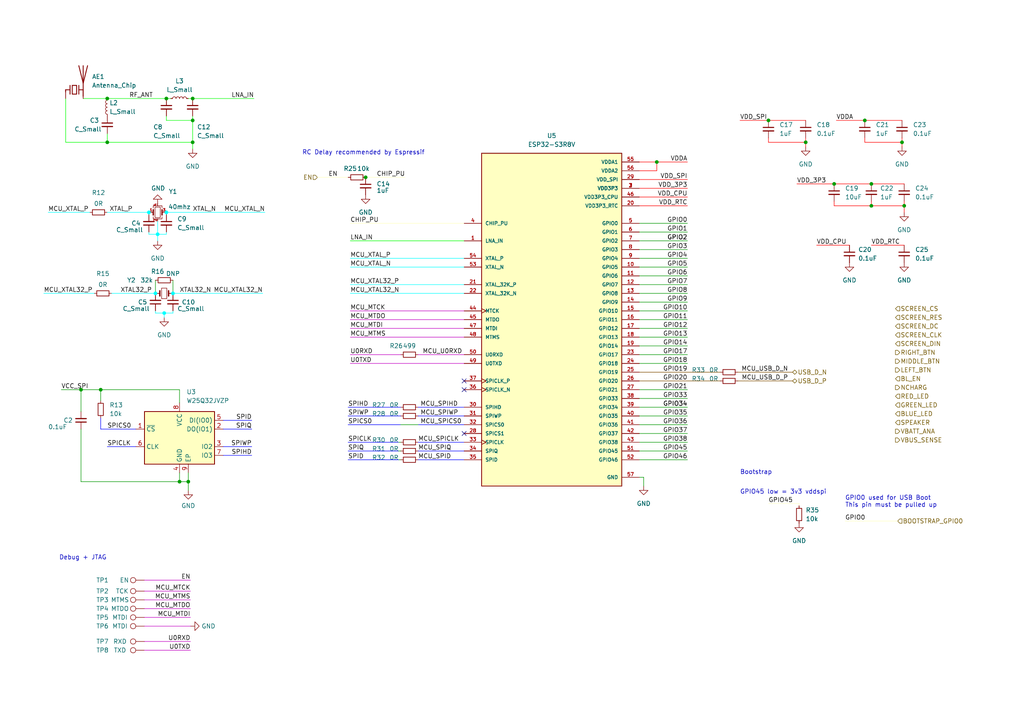
<source format=kicad_sch>
(kicad_sch (version 20211123) (generator eeschema)
  (paper "A4")
  (lib_symbols
    (symbol "Connector:TestPoint" (pin_numbers hide) (pin_names (offset 0.762) hide)
      (property "Reference" "TP" (at 0 6.858 0))
      (property "Value" "TestPoint" (at 0 5.08 0))
      (symbol "TestPoint_0_1"
        (circle (center 0 3.302) (radius 0.762))
      )
      (symbol "TestPoint_1_1"
        (pin passive line (at 0 0 90) (length 2.54) (name "1") (number "1"))
      )
    )
    (symbol "Device:Antenna_Chip" (pin_numbers hide) (pin_names (offset 1.016) hide)
      (property "Reference" "AE" (at 0 5.08 0))
      (property "Value" "Antenna_Chip" (at 0 3.175 0))
      (symbol "Antenna_Chip_0_1"
        (polyline (pts (xy -2.54 0) (xy -2.54 -0.635)) (stroke (width 0.254)))
        (polyline (pts (xy -2.54 0) (xy -1.27 0)) (stroke (width 0.254)))
        (polyline (pts (xy 1.27 0) (xy 2.54 0)) (stroke (width 0.254)))
        (polyline (pts (xy 1.27 1.27) (xy 1.27 -1.27)) (stroke (width 0.254)))
        (polyline (pts (xy 2.54 -0.635) (xy 2.54 0)))
        (polyline (pts (xy 2.54 6.985) (xy 2.54 -1.905)) (stroke (width 0.254)))
        (polyline (pts (xy -1.27 1.27) (xy -1.27 -1.27) (xy -1.27 0)) (stroke (width 0.254)))
        (polyline (pts (xy 3.81 6.985) (xy 2.54 1.905) (xy 1.27 6.985)) (stroke (width 0.254)))
        (polyline (pts (xy -0.635 1.27) (xy 0.635 1.27) (xy 0.635 -1.27) (xy -0.635 -1.27) (xy -0.635 1.27)) (stroke (width 0.254)))
      )
      (symbol "Antenna_Chip_1_1"
        (pin input line (at -2.54 -2.54 90) (length 2.54) (name "FEED") (number "1"))
        (pin passive line (at 2.54 -2.54 90) (length 2.54) (name "PCB_Trace") (number "2"))
      )
    )
    (symbol "Device:C_Small" (pin_numbers hide) (pin_names (offset 0.254) hide)
      (property "Reference" "C" (at 0.254 1.778 0))
      (property "Value" "C_Small" (at 0.254 -2.032 0))
      (symbol "C_Small_0_1"
        (polyline (pts (xy -1.524 -0.508) (xy 1.524 -0.508)) (stroke (width 0.3302)))
        (polyline (pts (xy -1.524 0.508) (xy 1.524 0.508)) (stroke (width 0.3048)))
      )
      (symbol "C_Small_1_1"
        (pin passive line (at 0 2.54 270) (length 2.032) (name "~") (number "1"))
        (pin passive line (at 0 -2.54 90) (length 2.032) (name "~") (number "2"))
      )
    )
    (symbol "Device:Crystal_GND24_Small" (pin_names (offset 1.016) hide)
      (property "Reference" "Y" (at 1.27 4.445 0))
      (property "Value" "Crystal_GND24_Small" (at 1.27 2.54 0))
      (symbol "Crystal_GND24_Small_0_1"
        (rectangle (start -0.762 -1.524) (end 0.762 1.524))
        (polyline (pts (xy -1.27 -0.762) (xy -1.27 0.762)) (stroke (width 0.381)))
        (polyline (pts (xy 1.27 -0.762) (xy 1.27 0.762)) (stroke (width 0.381)))
        (polyline (pts (xy -1.27 -1.27) (xy -1.27 -1.905) (xy 1.27 -1.905) (xy 1.27 -1.27)))
        (polyline (pts (xy -1.27 1.27) (xy -1.27 1.905) (xy 1.27 1.905) (xy 1.27 1.27)))
      )
      (symbol "Crystal_GND24_Small_1_1"
        (pin passive line (at -2.54 0 0) (length 1.27) (name "1") (number "1"))
        (pin passive line (at 0 -2.54 90) (length 0.635) (name "2") (number "2"))
        (pin passive line (at 2.54 0 180) (length 1.27) (name "3") (number "3"))
        (pin passive line (at 0 2.54 270) (length 0.635) (name "4") (number "4"))
      )
    )
    (symbol "Device:Crystal_Small" (pin_numbers hide) (pin_names (offset 1.016) hide)
      (property "Reference" "Y" (at 0 2.54 0))
      (property "Value" "Crystal_Small" (at 0 -2.54 0))
      (symbol "Crystal_Small_0_1"
        (rectangle (start -0.762 -1.524) (end 0.762 1.524))
        (polyline (pts (xy -1.27 -0.762) (xy -1.27 0.762)) (stroke (width 0.381)))
        (polyline (pts (xy 1.27 -0.762) (xy 1.27 0.762)) (stroke (width 0.381)))
      )
      (symbol "Crystal_Small_1_1"
        (pin passive line (at -2.54 0 0) (length 1.27) (name "1") (number "1"))
        (pin passive line (at 2.54 0 180) (length 1.27) (name "2") (number "2"))
      )
    )
    (symbol "Device:L_Small" (pin_numbers hide) (pin_names (offset 0.254) hide)
      (property "Reference" "L" (at 0.762 1.016 0))
      (property "Value" "L_Small" (at 0.762 -1.016 0))
      (symbol "L_Small_0_1"
        (arc (start 0 -2.032) (mid 0.508 -1.524) (end 0 -1.016))
        (arc (start 0 -1.016) (mid 0.508 -0.508) (end 0 0))
        (arc (start 0 0) (mid 0.508 0.508) (end 0 1.016))
        (arc (start 0 1.016) (mid 0.508 1.524) (end 0 2.032))
      )
      (symbol "L_Small_1_1"
        (pin passive line (at 0 2.54 270) (length 0.508) (name "~") (number "1"))
        (pin passive line (at 0 -2.54 90) (length 0.508) (name "~") (number "2"))
      )
    )
    (symbol "Device:R_Small" (pin_numbers hide) (pin_names (offset 0.254) hide)
      (property "Reference" "R" (at 0.762 0.508 0))
      (property "Value" "R_Small" (at 0.762 -1.016 0))
      (symbol "R_Small_0_1"
        (rectangle (start -0.762 1.778) (end 0.762 -1.778) (stroke (width 0.2032)))
      )
      (symbol "R_Small_1_1"
        (pin passive line (at 0 2.54 270) (length 0.762) (name "~") (number "1"))
        (pin passive line (at 0 -2.54 90) (length 0.762) (name "~") (number "2"))
      )
    )
    (symbol "MCU_Espressif_S3:ESP32-S3R8V" (pin_names (offset 1.016))
      (property "Reference" "U" (at -20.32 49.53 0))
      (property "Value" "ESP32-S3R8V" (at -20.32 -49.53 0))
      (symbol "ESP32-S3R8V_0_0"
        (rectangle (start -20.32 -48.26) (end 20.32 48.26) (stroke (width 0.254)) (fill (type background)))
        (pin bidirectional line (at -25.4 22.86 0) (length 5.08) (name "LNA_IN") (number "1"))
        (pin bidirectional line (at 25.4 15.24 180) (length 5.08) (name "GPIO5") (number "10"))
        (pin bidirectional line (at 25.4 12.7 180) (length 5.08) (name "GPIO6") (number "11"))
        (pin bidirectional line (at 25.4 10.16 180) (length 5.08) (name "GPIO7") (number "12"))
        (pin bidirectional line (at 25.4 7.62 180) (length 5.08) (name "GPIO8") (number "13"))
        (pin bidirectional line (at 25.4 5.08 180) (length 5.08) (name "GPIO9") (number "14"))
        (pin bidirectional line (at 25.4 2.54 180) (length 5.08) (name "GPIO10") (number "15"))
        (pin bidirectional line (at 25.4 0 180) (length 5.08) (name "GPIO11") (number "16"))
        (pin bidirectional line (at 25.4 -2.54 180) (length 5.08) (name "GPIO12") (number "17"))
        (pin bidirectional line (at 25.4 -5.08 180) (length 5.08) (name "GPIO13") (number "18"))
        (pin bidirectional line (at 25.4 -7.62 180) (length 5.08) (name "GPIO14") (number "19"))
        (pin power_in line (at 25.4 38.1 180) (length 5.08) (name "VDD3P3") (number "2"))
        (pin power_in line (at 25.4 33.02 180) (length 5.08) (name "VDD3P3_RTC") (number "20"))
        (pin bidirectional line (at -25.4 10.16 0) (length 5.08) (name "XTAL_32K_P") (number "21"))
        (pin bidirectional line (at -25.4 7.62 0) (length 5.08) (name "XTAL_32K_N") (number "22"))
        (pin bidirectional line (at 25.4 -10.16 180) (length 5.08) (name "GPIO17") (number "23"))
        (pin bidirectional line (at 25.4 -12.7 180) (length 5.08) (name "GPIO18") (number "24"))
        (pin bidirectional line (at 25.4 -15.24 180) (length 5.08) (name "GPIO19") (number "25"))
        (pin bidirectional line (at 25.4 -17.78 180) (length 5.08) (name "GPIO20") (number "26"))
        (pin bidirectional line (at 25.4 -20.32 180) (length 5.08) (name "GPIO21") (number "27"))
        (pin bidirectional line (at -25.4 -33.02 0) (length 5.08) (name "SPICS1") (number "28"))
        (pin power_in line (at 25.4 40.64 180) (length 5.08) (name "VDD_SPI") (number "29"))
        (pin power_in line (at 25.4 38.1 180) (length 5.08) (name "VDD3P3") (number "3"))
        (pin bidirectional line (at -25.4 -25.4 0) (length 5.08) (name "SPIHD") (number "30"))
        (pin bidirectional line (at -25.4 -27.94 0) (length 5.08) (name "SPIWP") (number "31"))
        (pin bidirectional line (at -25.4 -30.48 0) (length 5.08) (name "SPICS0") (number "32"))
        (pin bidirectional clock (at -25.4 -35.56 0) (length 5.08) (name "SPICLK") (number "33"))
        (pin bidirectional line (at -25.4 -38.1 0) (length 5.08) (name "SPIQ") (number "34"))
        (pin bidirectional line (at -25.4 -40.64 0) (length 5.08) (name "SPID") (number "35"))
        (pin bidirectional clock (at -25.4 -20.32 0) (length 5.08) (name "SPICLK_N") (number "36"))
        (pin bidirectional clock (at -25.4 -17.78 0) (length 5.08) (name "SPICLK_P") (number "37"))
        (pin bidirectional line (at 25.4 -22.86 180) (length 5.08) (name "GPIO33") (number "38"))
        (pin bidirectional line (at 25.4 -25.4 180) (length 5.08) (name "GPIO34") (number "39"))
        (pin input line (at -25.4 27.94 0) (length 5.08) (name "CHIP_PU") (number "4"))
        (pin bidirectional line (at 25.4 -27.94 180) (length 5.08) (name "GPIO35") (number "40"))
        (pin bidirectional line (at 25.4 -30.48 180) (length 5.08) (name "GPIO36") (number "41"))
        (pin bidirectional line (at 25.4 -33.02 180) (length 5.08) (name "GPIO37") (number "42"))
        (pin bidirectional line (at 25.4 -35.56 180) (length 5.08) (name "GPIO38") (number "43"))
        (pin bidirectional clock (at -25.4 2.54 0) (length 5.08) (name "MTCK") (number "44"))
        (pin bidirectional line (at -25.4 0 0) (length 5.08) (name "MTDO") (number "45"))
        (pin power_in line (at 25.4 35.56 180) (length 5.08) (name "VDD3P3_CPU") (number "46"))
        (pin bidirectional line (at -25.4 -2.54 0) (length 5.08) (name "MTDI") (number "47"))
        (pin bidirectional line (at -25.4 -5.08 0) (length 5.08) (name "MTMS") (number "48"))
        (pin bidirectional line (at -25.4 -12.7 0) (length 5.08) (name "U0TXD") (number "49"))
        (pin bidirectional line (at 25.4 27.94 180) (length 5.08) (name "GPIO0") (number "5"))
        (pin bidirectional line (at -25.4 -10.16 0) (length 5.08) (name "U0RXD") (number "50"))
        (pin bidirectional line (at 25.4 -38.1 180) (length 5.08) (name "GPIO45") (number "51"))
        (pin bidirectional line (at 25.4 -40.64 180) (length 5.08) (name "GPIO46") (number "52"))
        (pin output line (at -25.4 15.24 0) (length 5.08) (name "XTAL_N") (number "53"))
        (pin input line (at -25.4 17.78 0) (length 5.08) (name "XTAL_P") (number "54"))
        (pin power_in line (at 25.4 45.72 180) (length 5.08) (name "VDDA1") (number "55"))
        (pin power_in line (at 25.4 43.18 180) (length 5.08) (name "VDDA2") (number "56"))
        (pin power_in line (at 25.4 -45.72 180) (length 5.08) (name "GND") (number "57"))
        (pin bidirectional line (at 25.4 25.4 180) (length 5.08) (name "GPIO1") (number "6"))
        (pin bidirectional line (at 25.4 22.86 180) (length 5.08) (name "GPIO2") (number "7"))
        (pin bidirectional line (at 25.4 20.32 180) (length 5.08) (name "GPIO3") (number "8"))
        (pin bidirectional line (at 25.4 17.78 180) (length 5.08) (name "GPIO4") (number "9"))
      )
    )
    (symbol "Memory_Flash:W25Q32JVZP"
      (property "Reference" "U" (at -8.89 8.89 0))
      (property "Value" "W25Q32JVZP" (at 7.62 8.89 0))
      (symbol "W25Q32JVZP_0_1"
        (rectangle (start -10.16 7.62) (end 10.16 -7.62) (stroke (width 0.254)) (fill (type background)))
      )
      (symbol "W25Q32JVZP_1_1"
        (pin input line (at -12.7 2.54 0) (length 2.54) (name "~{CS}") (number "1"))
        (pin bidirectional line (at 12.7 2.54 180) (length 2.54) (name "DO(IO1)") (number "2"))
        (pin bidirectional line (at 12.7 -2.54 180) (length 2.54) (name "IO2") (number "3"))
        (pin power_in line (at 0 -10.16 90) (length 2.54) (name "GND") (number "4"))
        (pin bidirectional line (at 12.7 5.08 180) (length 2.54) (name "DI(IO0)") (number "5"))
        (pin input line (at -12.7 -2.54 0) (length 2.54) (name "CLK") (number "6"))
        (pin bidirectional line (at 12.7 -5.08 180) (length 2.54) (name "IO3") (number "7"))
        (pin power_in line (at 0 10.16 270) (length 2.54) (name "VCC") (number "8"))
        (pin passive line (at 2.54 -10.16 90) (length 2.54) (name "EP") (number "9"))
      )
    )
    (symbol "power:GND" (power) (pin_names (offset 0))
      (property "Value" "GND" (at 0 -3.81 0))
      (symbol "GND_0_1"
        (polyline (pts (xy 0 0) (xy 0 -1.27) (xy 1.27 -1.27) (xy 0 -2.54) (xy -1.27 -1.27) (xy 0 -1.27)))
      )
      (symbol "GND_1_1"
        (pin power_in line (at 0 0 270) (length 0) hide (name "GND") (number "1"))
      )
    )
  )
  (junction (at 262.255 59.69))
  (junction (at 252.73 53.34))
  (junction (at 261.62 41.275))
  (junction (at 48.26 61.595) (color 0 255 255 1))
  (junction (at 52.07 139.7))
  (junction (at 43.18 61.595) (color 0 255 255 1))
  (junction (at 45.72 67.945) (color 0 255 255 1))
  (junction (at 250.825 34.925))
  (junction (at 106.045 51.435))
  (junction (at 252.73 59.69))
  (junction (at 29.21 113.03))
  (junction (at 31.115 28.575))
  (junction (at 190.5 46.99))
  (junction (at 47.625 90.805) (color 0 255 255 1))
  (junction (at 241.935 53.34))
  (junction (at 55.88 41.275))
  (junction (at 55.88 34.925))
  (junction (at 222.885 34.925))
  (junction (at 233.68 41.275))
  (junction (at 54.61 139.7))
  (junction (at 31.115 41.275))
  (junction (at 48.26 28.575))
  (junction (at 45.085 85.09) (color 0 255 255 1))
  (junction (at 23.495 113.03))
  (junction (at 55.88 28.575))
  (junction (at 50.165 85.09) (color 0 255 255 1))
  (no_connect (at 134.62 110.49))
  (no_connect (at 134.62 113.03))
  (no_connect (at 134.62 125.73))
  (wire (pts (xy 29.21 113.03) (xy 29.21 116.205)))
  (wire (pts (xy 41.91 171.45) (xy 55.245 171.45)) (stroke (width 0) (color 194 0 194 1)))
  (wire (pts (xy 185.42 130.81) (xy 199.39 130.81)))
  (wire (pts (xy 50.165 85.09) (xy 76.2 85.09)) (stroke (width 0) (color 0 255 255 1)))
  (wire (pts (xy 185.42 64.77) (xy 199.39 64.77)))
  (wire (pts (xy 185.42 74.93) (xy 199.39 74.93)))
  (wire (pts (xy 213.995 107.95) (xy 229.87 107.95)) (stroke (width 0) (color 128 77 0 1)))
  (wire (pts (xy 45.72 69.85) (xy 45.72 67.945)) (stroke (width 0) (color 0 255 255 1)))
  (wire (pts (xy 222.885 34.925) (xy 233.68 34.925)) (stroke (width 0) (color 255 0 0 1)))
  (wire (pts (xy 185.42 80.01) (xy 199.39 80.01)))
  (wire (pts (xy 262.255 58.42) (xy 262.255 59.69)) (stroke (width 0) (color 255 0 0 1)))
  (wire (pts (xy 121.285 130.81) (xy 134.62 130.81)) (stroke (width 0) (color 0 0 255 1)))
  (wire (pts (xy 185.42 115.57) (xy 199.39 115.57)))
  (wire (pts (xy 100.965 118.11) (xy 116.205 118.11)) (stroke (width 0) (color 0 0 255 1)))
  (wire (pts (xy 12.7 85.09) (xy 27.305 85.09)) (stroke (width 0) (color 0 255 255 1)))
  (wire (pts (xy 31.115 28.575) (xy 48.26 28.575)) (stroke (width 0) (color 0 255 0 1)))
  (wire (pts (xy 24.13 28.575) (xy 31.115 28.575)) (stroke (width 0) (color 0 255 0 1)))
  (wire (pts (xy 92.075 51.435) (xy 100.965 51.435)) (stroke (width 0) (color 255 255 194 1)))
  (wire (pts (xy 43.18 61.595) (xy 43.18 62.23)) (stroke (width 0) (color 0 255 255 1)))
  (wire (pts (xy 100.965 128.27) (xy 115.57 128.27)) (stroke (width 0) (color 0 0 255 1)))
  (wire (pts (xy 64.77 124.46) (xy 73.025 124.46)) (stroke (width 0) (color 0 0 255 1)))
  (wire (pts (xy 185.42 87.63) (xy 199.39 87.63)))
  (wire (pts (xy 47.625 90.805) (xy 47.625 92.075)) (stroke (width 0) (color 0 255 255 1)))
  (wire (pts (xy 233.68 41.275) (xy 233.68 42.545)) (stroke (width 0) (color 255 0 0 1)))
  (wire (pts (xy 31.115 41.275) (xy 55.88 41.275)) (stroke (width 0) (color 0 255 0 1)))
  (wire (pts (xy 101.6 74.93) (xy 134.62 74.93)) (stroke (width 0) (color 0 255 255 1)))
  (wire (pts (xy 100.965 133.35) (xy 115.57 133.35)) (stroke (width 0) (color 0 0 255 1)))
  (wire (pts (xy 55.88 28.575) (xy 54.61 28.575)) (stroke (width 0) (color 0 255 0 1)))
  (wire (pts (xy 213.995 110.49) (xy 229.87 110.49)) (stroke (width 0) (color 128 77 0 1)))
  (wire (pts (xy 250.825 41.275) (xy 261.62 41.275)) (stroke (width 0) (color 255 0 0 1)))
  (wire (pts (xy 261.62 41.275) (xy 261.62 42.545)) (stroke (width 0) (color 255 0 0 1)))
  (wire (pts (xy 185.42 59.69) (xy 199.39 59.69)) (stroke (width 0) (color 255 0 0 1)))
  (wire (pts (xy 41.91 186.055) (xy 55.245 186.055)) (stroke (width 0) (color 194 0 194 1)))
  (wire (pts (xy 252.73 59.69) (xy 262.255 59.69)) (stroke (width 0) (color 255 0 0 1)))
  (wire (pts (xy 190.5 46.99) (xy 190.5 49.53)) (stroke (width 0) (color 255 0 0 1)))
  (wire (pts (xy 43.18 67.945) (xy 45.72 67.945)) (stroke (width 0) (color 0 255 255 1)))
  (wire (pts (xy 233.68 40.005) (xy 233.68 41.275)) (stroke (width 0) (color 255 0 0 1)))
  (wire (pts (xy 31.115 129.54) (xy 39.37 129.54)) (stroke (width 0) (color 0 0 255 1)))
  (wire (pts (xy 222.885 146.05) (xy 231.775 146.05)) (stroke (width 0) (color 255 255 194 1)))
  (wire (pts (xy 241.935 59.69) (xy 252.73 59.69)) (stroke (width 0) (color 255 0 0 1)))
  (wire (pts (xy 185.42 90.17) (xy 199.39 90.17)))
  (wire (pts (xy 50.165 90.805) (xy 47.625 90.805)) (stroke (width 0) (color 0 255 255 1)))
  (wire (pts (xy 241.935 53.34) (xy 252.73 53.34)) (stroke (width 0) (color 255 0 0 1)))
  (wire (pts (xy 185.42 54.61) (xy 199.39 54.61)) (stroke (width 0) (color 255 0 0 1)))
  (wire (pts (xy 48.26 34.925) (xy 55.88 34.925)) (stroke (width 0) (color 0 255 0 1)))
  (wire (pts (xy 64.77 121.92) (xy 73.025 121.92)) (stroke (width 0) (color 0 0 255 1)))
  (wire (pts (xy 41.91 181.61) (xy 55.245 181.61)) (stroke (width 0) (color 194 0 194 1)))
  (wire (pts (xy 236.855 71.12) (xy 246.38 71.12)) (stroke (width 0) (color 255 0 0 1)))
  (wire (pts (xy 185.42 69.85) (xy 199.39 69.85)))
  (wire (pts (xy 185.42 105.41) (xy 199.39 105.41)))
  (wire (pts (xy 64.77 132.08) (xy 73.025 132.08)) (stroke (width 0) (color 0 0 255 1)))
  (wire (pts (xy 52.07 137.16) (xy 52.07 139.7)))
  (wire (pts (xy 231.775 146.05) (xy 231.775 146.685)) (stroke (width 0) (color 255 255 194 1)))
  (wire (pts (xy 17.78 113.03) (xy 23.495 113.03)))
  (wire (pts (xy 185.42 110.49) (xy 208.915 110.49)) (stroke (width 0) (color 128 77 0 1)))
  (wire (pts (xy 185.42 97.79) (xy 199.39 97.79)))
  (wire (pts (xy 101.6 90.17) (xy 134.62 90.17)) (stroke (width 0) (color 194 0 194 1)))
  (wire (pts (xy 55.88 33.655) (xy 55.88 34.925)) (stroke (width 0) (color 0 255 0 1)))
  (wire (pts (xy 185.42 85.09) (xy 199.39 85.09)))
  (wire (pts (xy 41.91 188.595) (xy 55.245 188.595)) (stroke (width 0) (color 194 0 194 1)))
  (wire (pts (xy 48.26 61.595) (xy 48.26 62.23)) (stroke (width 0) (color 0 255 255 1)))
  (wire (pts (xy 54.61 139.7) (xy 54.61 142.24)))
  (wire (pts (xy 50.165 81.28) (xy 50.165 85.09)))
  (wire (pts (xy 121.285 133.35) (xy 134.62 133.35)) (stroke (width 0) (color 0 0 255 1)))
  (wire (pts (xy 13.97 61.595) (xy 26.035 61.595)) (stroke (width 0) (color 0 255 255 1)))
  (wire (pts (xy 252.73 53.34) (xy 262.255 53.34)) (stroke (width 0) (color 255 0 0 1)))
  (wire (pts (xy 190.5 49.53) (xy 185.42 49.53)) (stroke (width 0) (color 255 0 0 1)))
  (wire (pts (xy 185.42 82.55) (xy 199.39 82.55)))
  (wire (pts (xy 185.42 123.19) (xy 199.39 123.19)))
  (wire (pts (xy 231.14 53.34) (xy 241.935 53.34)) (stroke (width 0) (color 255 0 0 1)))
  (wire (pts (xy 214.63 34.925) (xy 222.885 34.925)) (stroke (width 0) (color 255 0 0 1)))
  (wire (pts (xy 101.6 95.25) (xy 134.62 95.25)) (stroke (width 0) (color 194 0 194 1)))
  (wire (pts (xy 101.6 102.87) (xy 116.205 102.87)) (stroke (width 0) (color 194 0 194 1)))
  (wire (pts (xy 186.69 140.97) (xy 186.69 138.43)))
  (wire (pts (xy 100.965 120.65) (xy 116.205 120.65)) (stroke (width 0) (color 0 0 255 1)))
  (wire (pts (xy 245.11 151.13) (xy 260.35 151.13)) (stroke (width 0) (color 255 255 194 1)))
  (wire (pts (xy 101.6 64.77) (xy 134.62 64.77)) (stroke (width 0) (color 255 255 194 1)))
  (wire (pts (xy 185.42 92.71) (xy 199.39 92.71)))
  (wire (pts (xy 185.42 52.07) (xy 199.39 52.07)) (stroke (width 0) (color 255 0 0 1)))
  (wire (pts (xy 115.57 133.35) (xy 116.205 133.35)))
  (wire (pts (xy 185.42 100.33) (xy 199.39 100.33)))
  (wire (pts (xy 55.88 28.575) (xy 73.66 28.575)) (stroke (width 0) (color 0 255 0 1)))
  (wire (pts (xy 48.26 67.31) (xy 48.26 67.945)) (stroke (width 0) (color 0 255 255 1)))
  (wire (pts (xy 252.73 71.12) (xy 262.255 71.12)) (stroke (width 0) (color 255 0 0 1)))
  (wire (pts (xy 222.885 40.005) (xy 222.885 41.275)) (stroke (width 0) (color 255 0 0 1)))
  (wire (pts (xy 55.88 34.925) (xy 55.88 41.275)) (stroke (width 0) (color 0 255 0 1)))
  (wire (pts (xy 185.42 77.47) (xy 199.39 77.47)))
  (wire (pts (xy 185.42 107.95) (xy 208.915 107.95)) (stroke (width 0) (color 128 77 0 1)))
  (wire (pts (xy 186.69 138.43) (xy 185.42 138.43)))
  (wire (pts (xy 52.07 113.03) (xy 52.07 116.84)))
  (wire (pts (xy 45.085 90.17) (xy 45.085 90.805)) (stroke (width 0) (color 0 255 255 1)))
  (wire (pts (xy 121.285 128.27) (xy 134.62 128.27)) (stroke (width 0) (color 0 0 255 1)))
  (wire (pts (xy 252.73 58.42) (xy 252.73 59.69)) (stroke (width 0) (color 255 0 0 1)))
  (wire (pts (xy 101.6 85.09) (xy 134.62 85.09)) (stroke (width 0) (color 0 255 255 1)))
  (wire (pts (xy 242.57 34.925) (xy 250.825 34.925)) (stroke (width 0) (color 255 0 0 1)))
  (wire (pts (xy 48.26 67.945) (xy 45.72 67.945)) (stroke (width 0) (color 0 255 255 1)))
  (wire (pts (xy 190.5 46.99) (xy 199.39 46.99)) (stroke (width 0) (color 255 0 0 1)))
  (wire (pts (xy 185.42 125.73) (xy 199.39 125.73)))
  (wire (pts (xy 19.05 41.275) (xy 31.115 41.275)) (stroke (width 0) (color 0 255 0 1)))
  (wire (pts (xy 185.42 67.31) (xy 199.39 67.31)))
  (wire (pts (xy 32.385 85.09) (xy 45.085 85.09)) (stroke (width 0) (color 0 255 255 1)))
  (wire (pts (xy 31.115 61.595) (xy 43.18 61.595)) (stroke (width 0) (color 0 255 255 1)))
  (wire (pts (xy 101.6 105.41) (xy 134.62 105.41)) (stroke (width 0) (color 194 0 194 1)))
  (wire (pts (xy 101.6 69.85) (xy 134.62 69.85)) (stroke (width 0) (color 0 255 0 1)))
  (wire (pts (xy 23.495 113.03) (xy 29.21 113.03)))
  (wire (pts (xy 185.42 128.27) (xy 199.39 128.27)))
  (wire (pts (xy 121.285 123.19) (xy 134.62 123.19)) (stroke (width 0) (color 0 0 255 1)))
  (wire (pts (xy 41.91 168.275) (xy 55.245 168.275)) (stroke (width 0) (color 194 0 194 1)))
  (wire (pts (xy 29.21 113.03) (xy 52.07 113.03)))
  (wire (pts (xy 116.205 123.19) (xy 121.285 123.19)))
  (wire (pts (xy 185.42 120.65) (xy 199.39 120.65)))
  (wire (pts (xy 115.57 128.27) (xy 116.205 128.27)))
  (wire (pts (xy 185.42 133.35) (xy 199.39 133.35)))
  (wire (pts (xy 55.88 41.275) (xy 55.88 43.18)) (stroke (width 0) (color 0 255 0 1)))
  (wire (pts (xy 101.6 92.71) (xy 134.62 92.71)) (stroke (width 0) (color 194 0 194 1)))
  (wire (pts (xy 261.62 40.005) (xy 261.62 41.275)) (stroke (width 0) (color 255 0 0 1)))
  (wire (pts (xy 101.6 82.55) (xy 134.62 82.55)) (stroke (width 0) (color 0 255 255 1)))
  (wire (pts (xy 48.26 28.575) (xy 49.53 28.575)) (stroke (width 0) (color 0 255 0 1)))
  (wire (pts (xy 222.885 41.275) (xy 233.68 41.275)) (stroke (width 0) (color 255 0 0 1)))
  (wire (pts (xy 101.6 97.79) (xy 134.62 97.79)) (stroke (width 0) (color 194 0 194 1)))
  (wire (pts (xy 41.91 179.07) (xy 55.245 179.07)) (stroke (width 0) (color 194 0 194 1)))
  (wire (pts (xy 54.61 137.16) (xy 54.61 139.7)))
  (wire (pts (xy 52.07 139.7) (xy 54.61 139.7)))
  (wire (pts (xy 250.825 34.925) (xy 261.62 34.925)) (stroke (width 0) (color 255 0 0 1)))
  (wire (pts (xy 115.57 130.81) (xy 116.205 130.81)))
  (wire (pts (xy 121.285 118.11) (xy 134.62 118.11)) (stroke (width 0) (color 0 0 255 1)))
  (wire (pts (xy 185.42 72.39) (xy 199.39 72.39)))
  (wire (pts (xy 185.42 113.03) (xy 199.39 113.03)))
  (wire (pts (xy 45.085 90.805) (xy 47.625 90.805)) (stroke (width 0) (color 0 255 255 1)))
  (wire (pts (xy 48.26 61.595) (xy 76.835 61.595)) (stroke (width 0) (color 0 255 255 1)))
  (wire (pts (xy 39.37 124.46) (xy 29.21 124.46)) (stroke (width 0) (color 0 0 255 1)))
  (wire (pts (xy 64.77 129.54) (xy 73.025 129.54)) (stroke (width 0) (color 0 0 255 1)))
  (wire (pts (xy 185.42 46.99) (xy 190.5 46.99)) (stroke (width 0) (color 255 0 0 1)))
  (wire (pts (xy 45.085 81.28) (xy 45.085 85.09)))
  (wire (pts (xy 100.965 123.19) (xy 116.205 123.19)) (stroke (width 0) (color 0 0 255 1)))
  (wire (pts (xy 31.115 38.735) (xy 31.115 41.275)) (stroke (width 0) (color 0 255 0 1)))
  (wire (pts (xy 45.72 67.945) (xy 45.72 64.135)) (stroke (width 0) (color 0 255 255 1)))
  (wire (pts (xy 121.285 120.65) (xy 134.62 120.65)) (stroke (width 0) (color 0 0 255 1)))
  (wire (pts (xy 43.18 67.31) (xy 43.18 67.945)) (stroke (width 0) (color 0 255 255 1)))
  (wire (pts (xy 100.965 130.81) (xy 115.57 130.81)) (stroke (width 0) (color 0 0 255 1)))
  (wire (pts (xy 185.42 102.87) (xy 199.39 102.87)))
  (wire (pts (xy 106.045 51.435) (xy 117.475 51.435)) (stroke (width 0) (color 255 255 194 1)))
  (wire (pts (xy 41.91 173.99) (xy 55.245 173.99)) (stroke (width 0) (color 194 0 194 1)))
  (wire (pts (xy 23.495 119.38) (xy 23.495 113.03)))
  (wire (pts (xy 121.285 102.87) (xy 134.62 102.87)) (stroke (width 0) (color 194 0 194 1)))
  (wire (pts (xy 23.495 124.46) (xy 23.495 139.7)))
  (wire (pts (xy 101.6 77.47) (xy 134.62 77.47)) (stroke (width 0) (color 0 255 255 1)))
  (wire (pts (xy 50.165 90.17) (xy 50.165 90.805)) (stroke (width 0) (color 0 255 255 1)))
  (wire (pts (xy 19.05 28.575) (xy 19.05 41.275)) (stroke (width 0) (color 0 255 0 1)))
  (wire (pts (xy 185.42 95.25) (xy 199.39 95.25)))
  (wire (pts (xy 23.495 139.7) (xy 52.07 139.7)))
  (wire (pts (xy 262.255 59.69) (xy 262.255 61.595)) (stroke (width 0) (color 255 0 0 1)))
  (wire (pts (xy 185.42 118.11) (xy 199.39 118.11)))
  (wire (pts (xy 29.21 124.46) (xy 29.21 121.285)) (stroke (width 0) (color 0 0 255 1)))
  (wire (pts (xy 48.26 33.655) (xy 48.26 34.925)) (stroke (width 0) (color 0 255 0 1)))
  (wire (pts (xy 185.42 57.15) (xy 199.39 57.15)) (stroke (width 0) (color 255 0 0 1)))
  (wire (pts (xy 241.935 58.42) (xy 241.935 59.69)) (stroke (width 0) (color 255 0 0 1)))
  (wire (pts (xy 41.91 176.53) (xy 55.245 176.53)) (stroke (width 0) (color 194 0 194 1)))
  (wire (pts (xy 250.825 40.005) (xy 250.825 41.275)) (stroke (width 0) (color 255 0 0 1)))
  (text "RC Delay recommended by Espressif" (at 87.63 45.085 0) (effects (font (size 1.27 1.27)) (justify left bottom)))
  (text "GPIO0 used for USB Boot\nThis pin must be pulled up" (at 245.11 147.32 0) (effects (font (size 1.27 1.27)) (justify left bottom)))
  (text "Bootstrap" (at 214.63 137.795 0) (effects (font (size 1.27 1.27)) (justify left bottom)))
  (text "GPIO45 low = 3v3 vddspi" (at 214.63 143.51 0) (effects (font (size 1.27 1.27)) (justify left bottom)))
  (text "Debug + JTAG" (at 17.145 162.56 0) (effects (font (size 1.27 1.27)) (justify left bottom)))
  (label "XTAL32_N" (at 52.07 85.09 0))
  (label "GPIO13" (at 199.39 97.79 180))
  (label "VDDA" (at 242.57 34.925 0))
  (label "MCU_SPIWP" (at 121.92 120.65 0))
  (label "MCU_SPICS0" (at 121.92 123.19 0))
  (label "VDD_SPI" (at 199.39 52.07 180))
  (label "VDD_3P3" (at 231.14 53.34 0))
  (label "GPIO14" (at 199.39 100.33 180))
  (label "GPIO45" (at 199.39 130.81 180))
  (label "MCU_MTDI" (at 55.245 179.07 180))
  (label "MCU_MTCK" (at 101.6 90.17 0))
  (label "MCU_XTAL_N" (at 76.835 61.595 180))
  (label "SPIQ" (at 100.965 130.81 0))
  (label "SPICLK" (at 100.965 128.27 0))
  (label "GPIO45" (at 222.885 146.05 0))
  (label "SPIHD" (at 100.965 118.11 0))
  (label "U0TXD" (at 101.6 105.41 0))
  (label "MCU_XTAL32_N" (at 101.6 85.09 0))
  (label "MCU_MTMS" (at 101.6 97.79 0))
  (label "GPIO10" (at 199.39 90.17 180))
  (label "SPID" (at 100.965 133.35 0))
  (label "XTAL_P" (at 31.75 61.595 0))
  (label "VDD_RTC" (at 252.73 71.12 0))
  (label "VCC_SPI" (at 17.78 113.03 0))
  (label "GPIO6" (at 199.39 80.01 180))
  (label "VDD_3P3" (at 199.39 54.61 180))
  (label "VDD_SPI" (at 214.63 34.925 0))
  (label "GPIO0" (at 199.39 64.77 180))
  (label "GPIO3" (at 199.39 72.39 180))
  (label "GPIO2" (at 199.39 69.85 180))
  (label "GPIO33" (at 199.39 115.57 180))
  (label "XTAL_N" (at 55.88 61.595 0))
  (label "CHIP_PU" (at 117.475 51.435 180))
  (label "MCU_XTAL_N" (at 101.6 77.47 0))
  (label "SPICS0" (at 31.115 124.46 0))
  (label "MCU_USB_D_N" (at 228.6 107.95 180))
  (label "MCU_XTAL32_P" (at 101.6 82.55 0))
  (label "SPIHD" (at 73.025 132.08 180))
  (label "MCU_XTAL_P" (at 13.97 61.595 0))
  (label "GPIO7" (at 199.39 82.55 180))
  (label "GPIO20" (at 199.39 110.49 180))
  (label "GPIO1" (at 199.39 67.31 180))
  (label "VDD_CPU" (at 236.855 71.12 0))
  (label "GPIO36" (at 199.39 123.19 180))
  (label "MCU_MTDI" (at 101.6 95.25 0))
  (label "U0TXD" (at 55.245 188.595 180))
  (label "MCU_XTAL32_P" (at 12.7 85.09 0))
  (label "GPIO38" (at 199.39 128.27 180))
  (label "VDDA" (at 199.39 46.99 180))
  (label "LNA_IN" (at 73.66 28.575 180))
  (label "GPIO18" (at 199.39 105.41 180))
  (label "EN" (at 95.25 51.435 0))
  (label "SPIWP" (at 73.025 129.54 180))
  (label "GPIO0" (at 245.11 151.13 0))
  (label "GPIO37" (at 199.39 125.73 180))
  (label "GPIO35" (at 199.39 120.65 180))
  (label "GPIO8" (at 199.39 85.09 180))
  (label "MCU_SPID" (at 121.285 133.35 0))
  (label "U0RXD" (at 101.6 102.87 0))
  (label "GPIO21" (at 199.39 113.03 180))
  (label "SPIWP" (at 100.965 120.65 0))
  (label "EN" (at 55.245 168.275 180))
  (label "MCU_MTDO" (at 55.245 176.53 180))
  (label "SPID" (at 73.025 121.92 180))
  (label "MCU_MTDO" (at 101.6 92.71 0))
  (label "XTAL32_P" (at 34.925 85.09 0))
  (label "GPIO12" (at 199.39 95.25 180))
  (label "GPIO4" (at 199.39 74.93 180))
  (label "U0RXD" (at 55.245 186.055 180))
  (label "MCU_USB_D_P" (at 228.6 110.49 180))
  (label "MCU_MTMS" (at 55.245 173.99 180))
  (label "GPIO34" (at 199.39 118.11 180))
  (label "MCU_XTAL_P" (at 101.6 74.93 0))
  (label "GPIO11" (at 199.39 92.71 180))
  (label "GPIO5" (at 199.39 77.47 180))
  (label "MCU_SPICLK" (at 121.285 128.27 0))
  (label "GPIO46" (at 199.39 133.35 180))
  (label "VDD_CPU" (at 199.39 57.15 180))
  (label "GPIO2" (at 199.39 69.85 180))
  (label "MCU_XTAL32_N" (at 76.2 85.09 180))
  (label "CHIP_PU" (at 101.6 64.77 0))
  (label "GPIO17" (at 199.39 102.87 180))
  (label "VDD_RTC" (at 199.39 59.69 180))
  (label "RF_ANT" (at 37.465 28.575 0))
  (label "GPIO9" (at 199.39 87.63 180))
  (label "MCU_U0RXD" (at 122.555 102.87 0))
  (label "GPIO19" (at 199.39 107.95 180))
  (label "SPICS0" (at 100.965 123.19 0))
  (label "MCU_SPIQ" (at 121.285 130.81 0))
  (label "MCU_SPIHD" (at 121.92 118.11 0))
  (label "GPIO34" (at 199.39 118.11 180))
  (label "SPICLK" (at 31.115 129.54 0))
  (label "SPIQ" (at 73.025 124.46 180))
  (label "LNA_IN" (at 101.6 69.85 0))
  (label "MCU_MTCK" (at 55.245 171.45 180))
  (hierarchical_label "NCHARG" (shape output) (at 259.715 112.395 0))
  (hierarchical_label "SCREEN_DIN" (shape input) (at 259.715 99.695 0))
  (hierarchical_label "EN" (shape input) (at 92.075 51.435 180))
  (hierarchical_label "BL_EN" (shape input) (at 259.715 109.855 0))
  (hierarchical_label "BLUE_LED" (shape input) (at 259.715 120.015 0))
  (hierarchical_label "RED_LED" (shape input) (at 259.715 114.935 0))
  (hierarchical_label "LEFT_BTN" (shape output) (at 259.715 107.315 0))
  (hierarchical_label "RIGHT_BTN" (shape output) (at 259.715 102.235 0))
  (hierarchical_label "MIDDLE_BTN" (shape output) (at 259.715 104.775 0))
  (hierarchical_label "VBATT_ANA" (shape output) (at 259.715 125.095 0))
  (hierarchical_label "SPEAKER" (shape input) (at 259.715 122.555 0))
  (hierarchical_label "BOOTSTRAP_GPIO0" (shape input) (at 260.35 151.13 0))
  (hierarchical_label "USB_D_N" (shape bidirectional) (at 229.87 107.95 0))
  (hierarchical_label "GREEN_LED" (shape input) (at 259.715 117.475 0))
  (hierarchical_label "SCREEN_DC" (shape input) (at 259.715 94.615 0))
  (hierarchical_label "USB_D_P" (shape bidirectional) (at 229.87 110.49 0))
  (hierarchical_label "SCREEN_CS" (shape input) (at 259.715 89.535 0))
  (hierarchical_label "VBUS_SENSE" (shape output) (at 259.715 127.635 0))
  (hierarchical_label "SCREEN_CLK" (shape input) (at 259.715 97.155 0))
  (hierarchical_label "SCREEN_RES" (shape input) (at 259.715 92.075 0))
  (symbol (lib_id "power:GND") (at 45.72 69.85 0) (unit 1)
    (property "Reference" "#PWR0110" (effects hide))
    (property "Value" "GND" (at 45.72 74.93 0))
  )
  (symbol (lib_id "power:GND") (at 231.775 151.765 0) (unit 1)
    (property "Reference" "#PWR0115" (effects hide))
    (property "Value" "GND" (at 231.775 156.845 0))
  )
  (symbol (lib_id "Connector:TestPoint") (at 41.91 176.53 90) (unit 1) (in_bom no)
    (property "Reference" "TP4" (at 29.718 176.53 90))
    (property "Value" "MTDO" (at 34.798 176.53 90))
    (property "Footprint" "TestPoint:TestPoint_Pad_D1.0mm" (effects hide))
  )
  (symbol (lib_id "Device:L_Small") (at 52.07 28.575 90) (unit 1)
    (property "Reference" "L3" (at 52.07 23.495 90))
    (property "Value" "L_Small" (at 52.07 26.035 90))
    (property "Footprint" "Inductor_SMD:L_0402_1005Metric" (effects hide))
  )
  (symbol (lib_id "Device:C_Small") (at 55.88 31.115 0) (unit 1)
    (property "Reference" "C12" (at 57.15 36.8362 0) (effects (justify left)))
    (property "Value" "C_Small" (at 57.15 39.3762 0) (effects (justify left)))
    (property "Footprint" "Resistor_SMD:R_0402_1005Metric" (effects hide))
  )
  (symbol (lib_id "Device:R_Small") (at 103.505 51.435 90) (unit 1)
    (property "Reference" "R25" (at 101.6 48.895 90))
    (property "Value" "10k" (at 105.41 48.895 90))
    (property "Footprint" "Resistor_SMD:R_0402_1005Metric" (effects hide))
  )
  (symbol (lib_id "Device:C_Small") (at 233.68 37.465 0) (unit 1)
    (property "Reference" "C18" (at 236.855 36.2012 0) (effects (justify left)))
    (property "Value" "0.1uF" (at 236.855 38.7412 0) (effects (justify left)))
    (property "Footprint" "Capacitor_SMD:C_0402_1005Metric" (effects hide))
  )
  (symbol (lib_id "power:GND") (at 106.045 56.515 0) (unit 1)
    (property "Reference" "#PWR0113" (effects hide))
    (property "Value" "GND" (at 106.045 61.595 0))
  )
  (symbol (lib_id "Connector:TestPoint") (at 41.91 171.45 90) (unit 1) (in_bom no)
    (property "Reference" "TP2" (at 29.718 171.45 90))
    (property "Value" "TCK" (at 35.433 171.45 90))
    (property "Footprint" "TestPoint:TestPoint_Pad_D1.0mm" (effects hide))
  )
  (symbol (lib_id "power:GND") (at 233.68 42.545 0) (unit 1)
    (property "Reference" "#PWR0121" (effects hide))
    (property "Value" "GND" (at 233.68 47.625 0))
  )
  (symbol (lib_id "Device:R_Small") (at 231.775 149.225 0) (unit 1)
    (property "Reference" "R35" (at 233.68 147.9549 0) (effects (justify left)))
    (property "Value" "10k" (at 233.68 150.4949 0) (effects (justify left)))
    (property "Footprint" "Resistor_SMD:R_0402_1005Metric" (effects hide))
  )
  (symbol (lib_id "Device:C_Small") (at 250.825 37.465 0) (unit 1)
    (property "Reference" "C21" (at 254 36.2012 0) (effects (justify left)))
    (property "Value" "1uF" (at 254 38.7412 0) (effects (justify left)))
    (property "Footprint" "Capacitor_SMD:C_0402_1005Metric" (effects hide))
  )
  (symbol (lib_id "Device:C_Small") (at 48.26 64.77 0) (unit 1)
    (property "Reference" "C9" (at 51.435 63.5062 0) (effects (justify left)))
    (property "Value" "C_Small" (at 51.435 66.0462 0) (effects (justify left)))
    (property "Footprint" "Resistor_SMD:R_0402_1005Metric" (effects hide))
  )
  (symbol (lib_id "Device:Crystal_Small") (at 47.625 85.09 0) (unit 1)
    (property "Reference" "Y2" (at 38.1 81.28 0))
    (property "Value" "32k" (at 42.545 81.28 0))
    (property "Footprint" "Crystal:Crystal_SMD_3215-2Pin_3.2x1.5mm" (effects hide))
    (property "JLCPCB" "C32346" (effects hide))
  )
  (symbol (lib_id "Device:C_Small") (at 31.115 36.195 0) (unit 1)
    (property "Reference" "C3" (at 26.035 34.9312 0) (effects (justify left)))
    (property "Value" "C_Small" (at 21.59 37.4712 0) (effects (justify left)))
    (property "Footprint" "Resistor_SMD:R_0402_1005Metric" (effects hide))
  )
  (symbol (lib_id "Device:C_Small") (at 50.165 87.63 0) (unit 1)
    (property "Reference" "C10" (at 52.705 87.6362 0) (effects (justify left)))
    (property "Value" "C_Small" (at 51.435 89.5412 0) (effects (justify left)))
    (property "Footprint" "Resistor_SMD:R_0402_1005Metric" (effects hide))
  )
  (symbol (lib_id "Connector:TestPoint") (at 41.91 186.055 90) (unit 1) (in_bom no)
    (property "Reference" "TP7" (at 29.718 186.055 90))
    (property "Value" "RXD" (at 34.798 186.055 90))
    (property "Footprint" "TestPoint:TestPoint_Pad_D1.0mm" (effects hide))
  )
  (symbol (lib_id "power:GND") (at 261.62 42.545 0) (unit 1)
    (property "Reference" "#PWR0120" (effects hide))
    (property "Value" "GND" (at 261.62 47.625 0))
  )
  (symbol (lib_id "power:GND") (at 55.88 43.18 0) (unit 1)
    (property "Reference" "#PWR0111" (effects hide))
    (property "Value" "GND" (at 55.88 48.26 0))
  )
  (symbol (lib_id "Connector:TestPoint") (at 41.91 168.275 90) (unit 1) (in_bom no)
    (property "Reference" "TP1" (at 29.718 168.275 90))
    (property "Value" "EN" (at 36.068 168.275 90))
    (property "Footprint" "TestPoint:TestPoint_Pad_D1.0mm" (effects hide))
  )
  (symbol (lib_id "Device:R_Small") (at 118.745 128.27 90) (unit 1)
    (property "Reference" "R30" (at 109.855 127.635 90))
    (property "Value" "0R" (at 114.3 127.635 90))
    (property "Footprint" "Resistor_SMD:R_0402_1005Metric" (effects hide))
  )
  (symbol (lib_id "Device:C_Small") (at 246.38 73.66 0) (unit 1)
    (property "Reference" "C20" (at 248.92 72.3962 0) (effects (justify left)))
    (property "Value" "0.1uF" (at 248.92 74.9362 0) (effects (justify left)))
    (property "Footprint" "Capacitor_SMD:C_0402_1005Metric" (effects hide))
  )
  (symbol (lib_id "Connector:TestPoint") (at 41.91 173.99 90) (unit 1) (in_bom no)
    (property "Reference" "TP3" (at 29.718 173.99 90))
    (property "Value" "MTMS" (at 34.798 173.99 90))
    (property "Footprint" "TestPoint:TestPoint_Pad_D1.0mm" (effects hide))
  )
  (symbol (lib_id "Device:C_Small") (at 262.255 55.88 0) (unit 1)
    (property "Reference" "C24" (at 265.43 54.6162 0) (effects (justify left)))
    (property "Value" "0.1uF" (at 265.43 57.1562 0) (effects (justify left)))
    (property "Footprint" "Capacitor_SMD:C_0402_1005Metric" (effects hide))
  )
  (symbol (lib_id "Device:C_Small") (at 261.62 37.465 0) (unit 1)
    (property "Reference" "C23" (at 264.795 36.2012 0) (effects (justify left)))
    (property "Value" "0.1uF" (at 264.795 38.7412 0) (effects (justify left)))
    (property "Footprint" "Capacitor_SMD:C_0402_1005Metric" (effects hide))
  )
  (symbol (lib_id "Connector:TestPoint") (at 41.91 179.07 90) (unit 1) (in_bom no)
    (property "Reference" "TP5" (at 29.718 179.07 90))
    (property "Value" "MTDI" (at 34.798 179.07 90))
    (property "Footprint" "TestPoint:TestPoint_Pad_D1.0mm" (effects hide))
  )
  (symbol (lib_id "Device:C_Small") (at 106.045 53.975 0) (unit 1)
    (property "Reference" "C14" (at 109.22 53.3462 0) (effects (justify left)))
    (property "Value" "1uF" (at 109.22 55.2512 0) (effects (justify left)))
    (property "Footprint" "Capacitor_SMD:C_0402_1005Metric" (effects hide))
  )
  (symbol (lib_id "Connector:TestPoint") (at 41.91 181.61 90) (unit 1) (in_bom no)
    (property "Reference" "TP6" (at 29.718 181.61 90))
    (property "Value" "MTDI" (at 34.798 181.61 90))
    (property "Footprint" "TestPoint:TestPoint_Pad_D1.0mm" (effects hide))
  )
  (symbol (lib_id "Device:Crystal_GND24_Small") (at 45.72 61.595 0) (unit 1)
    (property "Reference" "Y1" (at 50.165 55.5498 0))
    (property "Value" "40mhz" (at 52.07 59.9948 0))
    (property "Footprint" "Crystal:Crystal_SMD_3225-4Pin_3.2x2.5mm" (effects hide))
    (property "JLCPCB" "C9010" (effects hide))
  )
  (symbol (lib_id "MCU_Espressif_S3:ESP32-S3R8V") (at 160.02 92.71 0) (unit 1)
    (property "Reference" "U5" (at 160.02 39.37 0))
    (property "Value" "ESP32-S3R8V" (at 160.02 41.91 0))
    (property "Footprint" "Package_DFN_QFN:QFN-56-1EP_7x7mm_P0.4mm_EP5.6x5.6mm_ThermalVias" (effects hide))
    (property "Datasheet" "https://www.espressif.com/sites/default/files/documentation/esp32-s3_datasheet_en.pdf" (effects hide))
    (property "MF" "Espressif Systems" (effects hide))
    (property "Description" "Espressif Systems [ENGINEERING SAMPLES]SMD IC , Dual-Core MCU, Wi-Fi 2.4G & BLE 5.0 combo, 8 MB Octal SPI PSRAM, QFN 56-pin, 7*7 mm" (effects hide))
  )
  (symbol (lib_id "Device:R_Small") (at 29.21 118.745 0) (unit 1)
    (property "Reference" "R13" (at 31.75 117.4749 0) (effects (justify left)))
    (property "Value" "10k" (at 31.75 120.0149 0) (effects (justify left)))
    (property "Footprint" "Resistor_SMD:R_0402_1005Metric" (effects hide))
  )
  (symbol (lib_id "Device:R_Small") (at 118.745 133.35 90) (unit 1)
    (property "Reference" "R32" (at 109.855 132.715 90))
    (property "Value" "0R" (at 114.3 132.715 90))
    (property "Footprint" "Resistor_SMD:R_0402_1005Metric" (effects hide))
  )
  (symbol (lib_id "Device:R_Small") (at 118.745 120.65 90) (unit 1)
    (property "Reference" "R28" (at 109.855 120.015 90))
    (property "Value" "0R" (at 114.3 120.015 90))
    (property "Footprint" "Resistor_SMD:R_0402_1005Metric" (effects hide))
  )
  (symbol (lib_id "Device:C_Small") (at 252.73 55.88 0) (unit 1)
    (property "Reference" "C22" (at 255.27 54.6162 0) (effects (justify left)))
    (property "Value" "1uF" (at 255.27 57.1562 0) (effects (justify left)))
    (property "Footprint" "Capacitor_SMD:C_0402_1005Metric" (effects hide))
  )
  (symbol (lib_id "Device:R_Small") (at 118.745 102.87 90) (unit 1)
    (property "Reference" "R26" (at 114.935 100.33 90))
    (property "Value" "499" (at 118.745 100.33 90))
    (property "Footprint" "Resistor_SMD:R_0402_1005Metric" (effects hide))
  )
  (symbol (lib_id "Device:R_Small") (at 118.745 118.11 90) (unit 1)
    (property "Reference" "R27" (at 109.855 117.475 90))
    (property "Value" "0R" (at 114.3 117.475 90))
    (property "Footprint" "Resistor_SMD:R_0402_1005Metric" (effects hide))
  )
  (symbol (lib_id "Device:C_Small") (at 48.26 31.115 0) (unit 1)
    (property "Reference" "C8" (at 44.45 36.8362 0) (effects (justify left)))
    (property "Value" "C_Small" (at 44.45 39.3762 0) (effects (justify left)))
    (property "Footprint" "Resistor_SMD:R_0402_1005Metric" (effects hide))
  )
  (symbol (lib_id "power:GND") (at 54.61 142.24 0) (unit 1)
    (property "Reference" "#PWR0109" (effects hide))
    (property "Value" "GND" (at 54.61 146.685 0))
  )
  (symbol (lib_id "power:GND") (at 55.245 181.61 90) (unit 1)
    (property "Reference" "#PWR0108" (effects hide))
    (property "Value" "GND" (at 58.42 181.6099 90) (effects (justify right)))
  )
  (symbol (lib_id "Device:R_Small") (at 118.745 130.81 90) (unit 1)
    (property "Reference" "R31" (at 109.855 130.175 90))
    (property "Value" "0R" (at 114.3 130.175 90))
    (property "Footprint" "Resistor_SMD:R_0402_1005Metric" (effects hide))
  )
  (symbol (lib_id "Device:L_Small") (at 31.115 31.115 180) (unit 1)
    (property "Reference" "L2" (at 31.75 29.8449 0) (effects (justify right)))
    (property "Value" "L_Small" (at 31.75 32.3849 0) (effects (justify right)))
    (property "Footprint" "Inductor_SMD:L_0402_1005Metric" (effects hide))
  )
  (symbol (lib_id "power:GND") (at 262.255 76.2 0) (unit 1)
    (property "Reference" "#PWR0118" (effects hide))
    (property "Value" "GND" (at 262.255 81.28 0))
  )
  (symbol (lib_id "Device:R_Small") (at 28.575 61.595 90) (unit 1)
    (property "Reference" "R12" (at 28.575 55.88 90))
    (property "Value" "0R" (at 28.575 59.055 90))
    (property "Footprint" "Resistor_SMD:R_0402_1005Metric" (effects hide))
  )
  (symbol (lib_id "power:GND") (at 47.625 92.075 0) (unit 1)
    (property "Reference" "#PWR0114" (effects hide))
    (property "Value" "GND" (at 47.625 97.155 0))
  )
  (symbol (lib_id "Device:C_Small") (at 23.495 121.92 180) (unit 1)
    (property "Reference" "C2" (at 18.415 121.9135 0) (effects (justify right)))
    (property "Value" "0.1uF" (at 13.97 123.8185 0) (effects (justify right)))
    (property "Footprint" "Resistor_SMD:R_0402_1005Metric" (effects hide))
  )
  (symbol (lib_id "Device:R_Small") (at 47.625 81.28 90) (unit 1)
    (property "Reference" "R16" (at 45.72 78.74 90))
    (property "Value" "DNP" (at 50.165 79.375 90))
    (property "Footprint" "Resistor_SMD:R_0402_1005Metric" (effects hide))
  )
  (symbol (lib_id "Device:R_Small") (at 29.845 85.09 90) (unit 1)
    (property "Reference" "R15" (at 29.845 79.375 90))
    (property "Value" "0R" (at 29.845 82.55 90))
    (property "Footprint" "Resistor_SMD:R_0402_1005Metric" (effects hide))
  )
  (symbol (lib_id "Device:C_Small") (at 241.935 55.88 0) (unit 1)
    (property "Reference" "C19" (at 245.11 54.6162 0) (effects (justify left)))
    (property "Value" "10uF" (at 245.11 57.1562 0) (effects (justify left)))
    (property "Footprint" "Capacitor_SMD:C_0402_1005Metric" (effects hide))
  )
  (symbol (lib_id "Device:R_Small") (at 211.455 107.95 90) (unit 1)
    (property "Reference" "R33" (at 202.565 107.315 90))
    (property "Value" "0R" (at 207.01 107.315 90))
    (property "Footprint" "Resistor_SMD:R_0402_1005Metric" (effects hide))
  )
  (symbol (lib_id "Device:Antenna_Chip") (at 21.59 26.035 0) (unit 1)
    (property "Reference" "AE1" (at 26.67 22.2249 0) (effects (justify left)))
    (property "Value" "Antenna_Chip" (at 26.67 24.7649 0) (effects (justify left)))
    (property "Footprint" "RF_Antenna:Johanson_2450AT43F0100" (effects hide))
  )
  (symbol (lib_id "Device:C_Small") (at 43.18 64.77 180) (unit 1)
    (property "Reference" "C4" (at 38.1 64.7635 0) (effects (justify right)))
    (property "Value" "C_Small" (at 33.655 66.6685 0) (effects (justify right)))
    (property "Footprint" "Resistor_SMD:R_0402_1005Metric" (effects hide))
  )
  (symbol (lib_id "power:GND") (at 246.38 76.2 0) (unit 1)
    (property "Reference" "#PWR0117" (effects hide))
    (property "Value" "GND" (at 246.38 81.28 0))
  )
  (symbol (lib_id "Device:C_Small") (at 262.255 73.66 0) (unit 1)
    (property "Reference" "C25" (at 265.43 72.3962 0) (effects (justify left)))
    (property "Value" "0.1uF" (at 265.43 74.9362 0) (effects (justify left)))
    (property "Footprint" "Capacitor_SMD:C_0402_1005Metric" (effects hide))
  )
  (symbol (lib_id "Memory_Flash:W25Q32JVZP") (at 52.07 127 0) (unit 1)
    (property "Reference" "U3" (at 54.0894 113.665 0) (effects (justify left)))
    (property "Value" "W25Q32JVZP" (at 54.0894 116.205 0) (effects (justify left)))
    (property "Footprint" "Package_SON:WSON-8-1EP_6x5mm_P1.27mm_EP3.4x4.3mm" (effects hide))
    (property "Datasheet" "http://www.winbond.com/resource-files/w25q32jv%20revg%2003272018%20plus.pdf" (effects hide))
  )
  (symbol (lib_id "Device:R_Small") (at 211.455 110.49 90) (unit 1)
    (property "Reference" "R34" (at 202.565 109.855 90))
    (property "Value" "0R" (at 207.01 109.855 90))
    (property "Footprint" "Resistor_SMD:R_0402_1005Metric" (effects hide))
  )
  (symbol (lib_id "power:GND") (at 45.72 59.055 180) (unit 1)
    (property "Reference" "#PWR0112" (effects hide))
    (property "Value" "GND" (at 43.815 54.6099 0) (effects (justify right)))
  )
  (symbol (lib_id "Device:C_Small") (at 222.885 37.465 0) (unit 1)
    (property "Reference" "C17" (at 226.06 36.2012 0) (effects (justify left)))
    (property "Value" "1uF" (at 226.06 38.7412 0) (effects (justify left)))
    (property "Footprint" "Capacitor_SMD:C_0402_1005Metric" (effects hide))
  )
  (symbol (lib_id "Device:C_Small") (at 45.085 87.63 180) (unit 1)
    (property "Reference" "C5" (at 40.005 87.6235 0) (effects (justify right)))
    (property "Value" "C_Small" (at 35.56 89.5285 0) (effects (justify right)))
    (property "Footprint" "Resistor_SMD:R_0402_1005Metric" (effects hide))
  )
  (symbol (lib_id "power:GND") (at 186.69 140.97 0) (unit 1)
    (property "Reference" "#PWR0119" (effects hide))
    (property "Value" "GND" (at 186.69 146.05 0))
  )
  (symbol (lib_id "power:GND") (at 262.255 61.595 0) (unit 1)
    (property "Reference" "#PWR0116" (effects hide))
    (property "Value" "GND" (at 262.255 66.675 0))
  )
  (symbol (lib_id "Connector:TestPoint") (at 41.91 188.595 90) (unit 1) (in_bom no)
    (property "Reference" "TP8" (at 29.718 188.595 90))
    (property "Value" "TXD" (at 34.798 188.595 90))
    (property "Footprint" "TestPoint:TestPoint_Pad_D1.0mm" (effects hide))
  )
)
</source>
